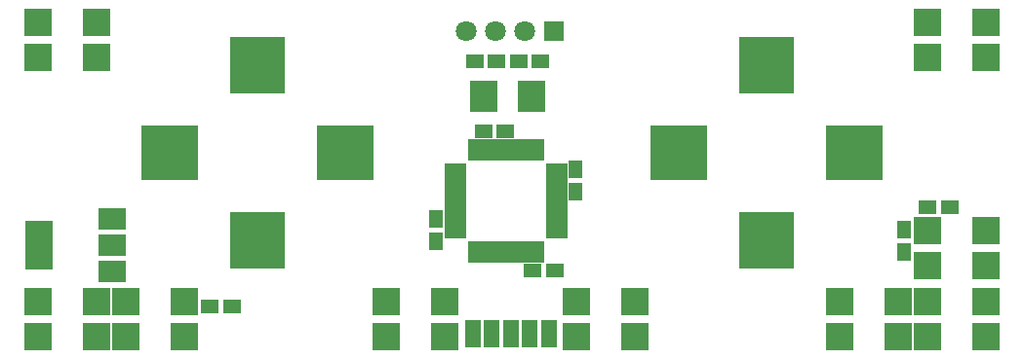
<source format=gts>
G04 (created by PCBNEW (22-Jun-2014 BZR 4027)-stable) date Wed 20 Dec 2017 05:06:28 PM CST*
%MOIN*%
G04 Gerber Fmt 3.4, Leading zero omitted, Abs format*
%FSLAX34Y34*%
G01*
G70*
G90*
G04 APERTURE LIST*
%ADD10C,0.00393701*%
%ADD11R,0.0944882X0.165354*%
%ADD12R,0.0944882X0.0748031*%
%ADD13R,0.0629921X0.0452756*%
%ADD14R,0.0944882X0.192913*%
%ADD15R,0.192913X0.0944882*%
%ADD16R,0.0944882X0.110236*%
%ADD17R,0.0452756X0.0629921*%
%ADD18R,0.0944882X0.0944882*%
%ADD19R,0.0551181X0.0944882*%
%ADD20R,0.070748X0.070748*%
%ADD21C,0.070748*%
%ADD22R,0.0267717X0.0748031*%
%ADD23R,0.0354331X0.0748031*%
%ADD24R,0.0748031X0.0354331*%
%ADD25R,0.0748031X0.0267717*%
G04 APERTURE END LIST*
G54D10*
G54D11*
X64739Y-56560D03*
G54D12*
X67220Y-56560D03*
X67220Y-55654D03*
X67220Y-57465D03*
G54D13*
X95854Y-55280D03*
X95105Y-55280D03*
G54D14*
X71727Y-50400D03*
X72672Y-50400D03*
X90072Y-50400D03*
X89127Y-50400D03*
X90072Y-56400D03*
X89127Y-56400D03*
X71727Y-56400D03*
X72672Y-56400D03*
G54D15*
X92600Y-52927D03*
X92600Y-53872D03*
X75200Y-52927D03*
X75200Y-53872D03*
X69200Y-52927D03*
X69200Y-53872D03*
X86600Y-52927D03*
X86600Y-53872D03*
G54D16*
X79942Y-51450D03*
X81557Y-51450D03*
G54D13*
X81874Y-50250D03*
X81125Y-50250D03*
X79625Y-50250D03*
X80374Y-50250D03*
G54D17*
X94300Y-56045D03*
X94300Y-56794D03*
X78300Y-55675D03*
X78300Y-56424D03*
G54D13*
X80674Y-52650D03*
X79925Y-52650D03*
X81605Y-57420D03*
X82354Y-57420D03*
G54D17*
X83050Y-53975D03*
X83050Y-54724D03*
G54D18*
X95100Y-57260D03*
X95100Y-56060D03*
X97100Y-56060D03*
X97100Y-57260D03*
X64700Y-50120D03*
X64700Y-48920D03*
X66700Y-48920D03*
X66700Y-50120D03*
X95100Y-50120D03*
X95100Y-48920D03*
X97100Y-48920D03*
X97100Y-50120D03*
X76600Y-59700D03*
X76600Y-58500D03*
X78600Y-58500D03*
X78600Y-59700D03*
X83100Y-59700D03*
X83100Y-58500D03*
X85100Y-58500D03*
X85100Y-59700D03*
X95100Y-59700D03*
X95100Y-58500D03*
X97100Y-58500D03*
X97100Y-59700D03*
X92100Y-59700D03*
X92100Y-58500D03*
X94100Y-58500D03*
X94100Y-59700D03*
X64700Y-59700D03*
X64700Y-58500D03*
X66700Y-58500D03*
X66700Y-59700D03*
X67700Y-59700D03*
X67700Y-58500D03*
X69700Y-58500D03*
X69700Y-59700D03*
G54D19*
X79550Y-59600D03*
X80200Y-59600D03*
X80850Y-59600D03*
X81500Y-59600D03*
X82150Y-59600D03*
G54D20*
X82320Y-49240D03*
G54D21*
X81320Y-49240D03*
X80320Y-49240D03*
X79320Y-49240D03*
G54D22*
X81192Y-53307D03*
X80995Y-53307D03*
X80798Y-53307D03*
X80601Y-53307D03*
X80404Y-53307D03*
G54D23*
X81822Y-53307D03*
G54D22*
X81585Y-53307D03*
X81388Y-53307D03*
G54D24*
X78957Y-53927D03*
G54D25*
X78957Y-54164D03*
X78957Y-54361D03*
X78957Y-54557D03*
X78957Y-54754D03*
X78957Y-54951D03*
X78957Y-55148D03*
X78957Y-55345D03*
G54D23*
X79577Y-56792D03*
G54D22*
X79814Y-56792D03*
X80011Y-56792D03*
X80207Y-56792D03*
X80404Y-56792D03*
X80601Y-56792D03*
X80798Y-56792D03*
X80995Y-56792D03*
G54D24*
X82442Y-56172D03*
G54D25*
X82442Y-55935D03*
X82442Y-55738D03*
X82442Y-55542D03*
X82442Y-55345D03*
X82442Y-55148D03*
X82442Y-54951D03*
X82442Y-54754D03*
G54D22*
X80207Y-53307D03*
X80011Y-53307D03*
X79814Y-53307D03*
G54D23*
X79577Y-53307D03*
G54D25*
X78957Y-55542D03*
X78957Y-55738D03*
X78957Y-55935D03*
G54D24*
X78957Y-56172D03*
G54D22*
X81192Y-56792D03*
X81388Y-56792D03*
X81585Y-56792D03*
G54D23*
X81822Y-56792D03*
G54D25*
X82442Y-54557D03*
X82442Y-54361D03*
X82442Y-54164D03*
G54D24*
X82442Y-53927D03*
G54D13*
X70565Y-58660D03*
X71314Y-58660D03*
M02*

</source>
